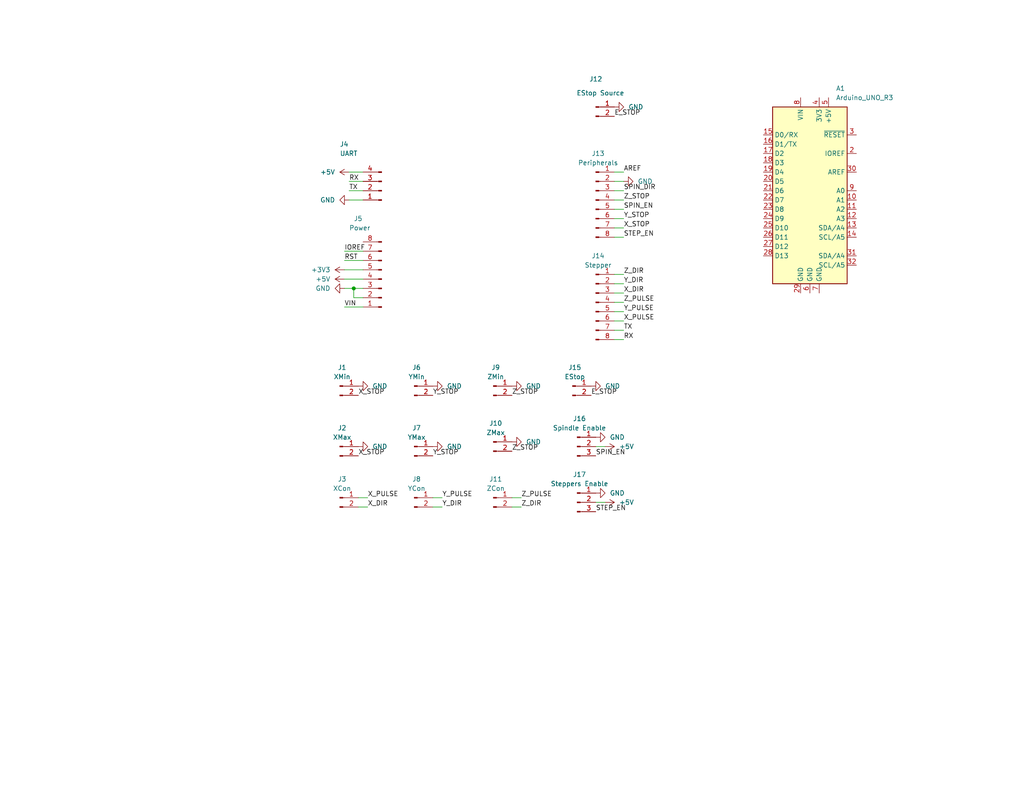
<source format=kicad_sch>
(kicad_sch (version 20211123) (generator eeschema)
  (paper "USLetter")
  (title_block (title "GShield v5b Breakout Shield") (date "2022-06-23") (rev "v1.0") (comment 3 "License: GNU General Public License v3.0") (comment 4 "Author: Brenden Vogt"))
  (lib_symbols
    (symbol "Connector:Conn_01x02_Male" (pin_names (offset 1.016) hide)
      (property "Reference" "J" (at 0 2.54 0))
      (property "Value" "Conn_01x02_Male" (at 0 -5.08 0))
      (symbol "Conn_01x02_Male_1_1"
        (polyline (pts (xy 1.27 -2.54) (xy 0.8636 -2.54)) (stroke (width 0.1524)))
        (polyline (pts (xy 1.27 0) (xy 0.8636 0)) (stroke (width 0.1524)))
        (rectangle (start 0.8636 -2.413) (end 0 -2.667) (stroke (width 0.1524)) (fill (type outline)))
        (rectangle (start 0.8636 0.127) (end 0 -0.127) (stroke (width 0.1524)) (fill (type outline)))
        (pin passive line (at 5.08 0 180) (length 3.81) (name "Pin_1") (number "1"))
        (pin passive line (at 5.08 -2.54 180) (length 3.81) (name "Pin_2") (number "2"))
      )
    )
    (symbol "Connector:Conn_01x03_Male" (pin_names (offset 1.016) hide)
      (property "Reference" "J" (at 0 5.08 0))
      (property "Value" "Conn_01x03_Male" (at 0 -5.08 0))
      (symbol "Conn_01x03_Male_1_1"
        (polyline (pts (xy 1.27 -2.54) (xy 0.8636 -2.54)) (stroke (width 0.1524)))
        (polyline (pts (xy 1.27 0) (xy 0.8636 0)) (stroke (width 0.1524)))
        (polyline (pts (xy 1.27 2.54) (xy 0.8636 2.54)) (stroke (width 0.1524)))
        (rectangle (start 0.8636 -2.413) (end 0 -2.667) (stroke (width 0.1524)) (fill (type outline)))
        (rectangle (start 0.8636 0.127) (end 0 -0.127) (stroke (width 0.1524)) (fill (type outline)))
        (rectangle (start 0.8636 2.667) (end 0 2.413) (stroke (width 0.1524)) (fill (type outline)))
        (pin passive line (at 5.08 2.54 180) (length 3.81) (name "Pin_1") (number "1"))
        (pin passive line (at 5.08 0 180) (length 3.81) (name "Pin_2") (number "2"))
        (pin passive line (at 5.08 -2.54 180) (length 3.81) (name "Pin_3") (number "3"))
      )
    )
    (symbol "Connector:Conn_01x04_Male" (pin_names (offset 1.016) hide)
      (property "Reference" "J" (at 0 5.08 0))
      (property "Value" "Conn_01x04_Male" (at 0 -7.62 0))
      (symbol "Conn_01x04_Male_1_1"
        (polyline (pts (xy 1.27 -5.08) (xy 0.8636 -5.08)) (stroke (width 0.1524)))
        (polyline (pts (xy 1.27 -2.54) (xy 0.8636 -2.54)) (stroke (width 0.1524)))
        (polyline (pts (xy 1.27 0) (xy 0.8636 0)) (stroke (width 0.1524)))
        (polyline (pts (xy 1.27 2.54) (xy 0.8636 2.54)) (stroke (width 0.1524)))
        (rectangle (start 0.8636 -4.953) (end 0 -5.207) (stroke (width 0.1524)) (fill (type outline)))
        (rectangle (start 0.8636 -2.413) (end 0 -2.667) (stroke (width 0.1524)) (fill (type outline)))
        (rectangle (start 0.8636 0.127) (end 0 -0.127) (stroke (width 0.1524)) (fill (type outline)))
        (rectangle (start 0.8636 2.667) (end 0 2.413) (stroke (width 0.1524)) (fill (type outline)))
        (pin passive line (at 5.08 2.54 180) (length 3.81) (name "Pin_1") (number "1"))
        (pin passive line (at 5.08 0 180) (length 3.81) (name "Pin_2") (number "2"))
        (pin passive line (at 5.08 -2.54 180) (length 3.81) (name "Pin_3") (number "3"))
        (pin passive line (at 5.08 -5.08 180) (length 3.81) (name "Pin_4") (number "4"))
      )
    )
    (symbol "Connector:Conn_01x08_Male" (pin_names (offset 1.016) hide)
      (property "Reference" "J" (at 0 10.16 0))
      (property "Value" "Conn_01x08_Male" (at 0 -12.7 0))
      (symbol "Conn_01x08_Male_1_1"
        (polyline (pts (xy 1.27 -10.16) (xy 0.8636 -10.16)) (stroke (width 0.1524)))
        (polyline (pts (xy 1.27 -7.62) (xy 0.8636 -7.62)) (stroke (width 0.1524)))
        (polyline (pts (xy 1.27 -5.08) (xy 0.8636 -5.08)) (stroke (width 0.1524)))
        (polyline (pts (xy 1.27 -2.54) (xy 0.8636 -2.54)) (stroke (width 0.1524)))
        (polyline (pts (xy 1.27 0) (xy 0.8636 0)) (stroke (width 0.1524)))
        (polyline (pts (xy 1.27 2.54) (xy 0.8636 2.54)) (stroke (width 0.1524)))
        (polyline (pts (xy 1.27 5.08) (xy 0.8636 5.08)) (stroke (width 0.1524)))
        (polyline (pts (xy 1.27 7.62) (xy 0.8636 7.62)) (stroke (width 0.1524)))
        (rectangle (start 0.8636 -10.033) (end 0 -10.287) (stroke (width 0.1524)) (fill (type outline)))
        (rectangle (start 0.8636 -7.493) (end 0 -7.747) (stroke (width 0.1524)) (fill (type outline)))
        (rectangle (start 0.8636 -4.953) (end 0 -5.207) (stroke (width 0.1524)) (fill (type outline)))
        (rectangle (start 0.8636 -2.413) (end 0 -2.667) (stroke (width 0.1524)) (fill (type outline)))
        (rectangle (start 0.8636 0.127) (end 0 -0.127) (stroke (width 0.1524)) (fill (type outline)))
        (rectangle (start 0.8636 2.667) (end 0 2.413) (stroke (width 0.1524)) (fill (type outline)))
        (rectangle (start 0.8636 5.207) (end 0 4.953) (stroke (width 0.1524)) (fill (type outline)))
        (rectangle (start 0.8636 7.747) (end 0 7.493) (stroke (width 0.1524)) (fill (type outline)))
        (pin passive line (at 5.08 7.62 180) (length 3.81) (name "Pin_1") (number "1"))
        (pin passive line (at 5.08 5.08 180) (length 3.81) (name "Pin_2") (number "2"))
        (pin passive line (at 5.08 2.54 180) (length 3.81) (name "Pin_3") (number "3"))
        (pin passive line (at 5.08 0 180) (length 3.81) (name "Pin_4") (number "4"))
        (pin passive line (at 5.08 -2.54 180) (length 3.81) (name "Pin_5") (number "5"))
        (pin passive line (at 5.08 -5.08 180) (length 3.81) (name "Pin_6") (number "6"))
        (pin passive line (at 5.08 -7.62 180) (length 3.81) (name "Pin_7") (number "7"))
        (pin passive line (at 5.08 -10.16 180) (length 3.81) (name "Pin_8") (number "8"))
      )
    )
    (symbol "MCU_Module:Arduino_UNO_R3"
      (property "Reference" "A" (at -10.16 23.495 0))
      (property "Value" "Arduino_UNO_R3" (at 5.08 -26.67 0))
      (symbol "Arduino_UNO_R3_0_1"
        (rectangle (start -10.16 22.86) (end 10.16 -25.4) (stroke (width 0.254)) (fill (type background)))
      )
      (symbol "Arduino_UNO_R3_1_1"
        (pin no_connect line (at -10.16 -20.32 0) (length 2.54) hide (name "NC") (number "1"))
        (pin bidirectional line (at 12.7 -2.54 180) (length 2.54) (name "A1") (number "10"))
        (pin bidirectional line (at 12.7 -5.08 180) (length 2.54) (name "A2") (number "11"))
        (pin bidirectional line (at 12.7 -7.62 180) (length 2.54) (name "A3") (number "12"))
        (pin bidirectional line (at 12.7 -10.16 180) (length 2.54) (name "SDA/A4") (number "13"))
        (pin bidirectional line (at 12.7 -12.7 180) (length 2.54) (name "SCL/A5") (number "14"))
        (pin bidirectional line (at -12.7 15.24 0) (length 2.54) (name "D0/RX") (number "15"))
        (pin bidirectional line (at -12.7 12.7 0) (length 2.54) (name "D1/TX") (number "16"))
        (pin bidirectional line (at -12.7 10.16 0) (length 2.54) (name "D2") (number "17"))
        (pin bidirectional line (at -12.7 7.62 0) (length 2.54) (name "D3") (number "18"))
        (pin bidirectional line (at -12.7 5.08 0) (length 2.54) (name "D4") (number "19"))
        (pin output line (at 12.7 10.16 180) (length 2.54) (name "IOREF") (number "2"))
        (pin bidirectional line (at -12.7 2.54 0) (length 2.54) (name "D5") (number "20"))
        (pin bidirectional line (at -12.7 0 0) (length 2.54) (name "D6") (number "21"))
        (pin bidirectional line (at -12.7 -2.54 0) (length 2.54) (name "D7") (number "22"))
        (pin bidirectional line (at -12.7 -5.08 0) (length 2.54) (name "D8") (number "23"))
        (pin bidirectional line (at -12.7 -7.62 0) (length 2.54) (name "D9") (number "24"))
        (pin bidirectional line (at -12.7 -10.16 0) (length 2.54) (name "D10") (number "25"))
        (pin bidirectional line (at -12.7 -12.7 0) (length 2.54) (name "D11") (number "26"))
        (pin bidirectional line (at -12.7 -15.24 0) (length 2.54) (name "D12") (number "27"))
        (pin bidirectional line (at -12.7 -17.78 0) (length 2.54) (name "D13") (number "28"))
        (pin power_in line (at -2.54 -27.94 90) (length 2.54) (name "GND") (number "29"))
        (pin input line (at 12.7 15.24 180) (length 2.54) (name "~{RESET}") (number "3"))
        (pin input line (at 12.7 5.08 180) (length 2.54) (name "AREF") (number "30"))
        (pin bidirectional line (at 12.7 -17.78 180) (length 2.54) (name "SDA/A4") (number "31"))
        (pin bidirectional line (at 12.7 -20.32 180) (length 2.54) (name "SCL/A5") (number "32"))
        (pin power_out line (at 2.54 25.4 270) (length 2.54) (name "3V3") (number "4"))
        (pin power_out line (at 5.08 25.4 270) (length 2.54) (name "+5V") (number "5"))
        (pin power_in line (at 0 -27.94 90) (length 2.54) (name "GND") (number "6"))
        (pin power_in line (at 2.54 -27.94 90) (length 2.54) (name "GND") (number "7"))
        (pin power_in line (at -2.54 25.4 270) (length 2.54) (name "VIN") (number "8"))
        (pin bidirectional line (at 12.7 0 180) (length 2.54) (name "A0") (number "9"))
      )
    )
    (symbol "power:+3.3V" (power) (pin_names (offset 0))
      (property "Value" "+3.3V" (at 0 3.556 0))
      (symbol "+3.3V_0_1"
        (polyline (pts (xy -0.762 1.27) (xy 0 2.54)))
        (polyline (pts (xy 0 0) (xy 0 2.54)))
        (polyline (pts (xy 0 2.54) (xy 0.762 1.27)))
      )
      (symbol "+3.3V_1_1"
        (pin power_in line (at 0 0 90) (length 0) hide (name "+3V3") (number "1"))
      )
    )
    (symbol "power:+5V" (power) (pin_names (offset 0))
      (property "Value" "+5V" (at 0 3.556 0))
      (symbol "+5V_0_1"
        (polyline (pts (xy -0.762 1.27) (xy 0 2.54)))
        (polyline (pts (xy 0 0) (xy 0 2.54)))
        (polyline (pts (xy 0 2.54) (xy 0.762 1.27)))
      )
      (symbol "+5V_1_1"
        (pin power_in line (at 0 0 90) (length 0) hide (name "+5V") (number "1"))
      )
    )
    (symbol "power:GND" (power) (pin_names (offset 0))
      (property "Value" "GND" (at 0 -3.81 0))
      (symbol "GND_0_1"
        (polyline (pts (xy 0 0) (xy 0 -1.27) (xy 1.27 -1.27) (xy 0 -2.54) (xy -1.27 -1.27) (xy 0 -1.27)))
      )
      (symbol "GND_1_1"
        (pin power_in line (at 0 0 270) (length 0) hide (name "GND") (number "1"))
      )
    )
  )
  (junction (at 96.52 78.74))
  (wire (pts (xy 95.25 49.53) (xy 99.06 49.53)))
  (wire (pts (xy 167.64 46.99) (xy 170.18 46.99)))
  (wire (pts (xy 167.64 74.93) (xy 170.18 74.93)))
  (wire (pts (xy 167.64 92.71) (xy 170.18 92.71)))
  (wire (pts (xy 167.64 80.01) (xy 170.18 80.01)))
  (wire (pts (xy 167.64 59.69) (xy 170.18 59.69)))
  (wire (pts (xy 96.52 78.74) (xy 99.06 78.74)))
  (wire (pts (xy 162.56 121.92) (xy 165.1 121.92)))
  (wire (pts (xy 167.64 90.17) (xy 170.18 90.17)))
  (wire (pts (xy 167.64 87.63) (xy 170.18 87.63)))
  (wire (pts (xy 93.98 68.58) (xy 99.06 68.58)))
  (wire (pts (xy 162.56 137.16) (xy 165.1 137.16)))
  (wire (pts (xy 97.79 138.43) (xy 100.33 138.43)))
  (wire (pts (xy 118.11 138.43) (xy 120.65 138.43)))
  (wire (pts (xy 93.98 73.66) (xy 99.06 73.66)))
  (wire (pts (xy 139.7 138.43) (xy 142.24 138.43)))
  (wire (pts (xy 93.98 78.74) (xy 96.52 78.74)))
  (wire (pts (xy 95.25 46.99) (xy 99.06 46.99)))
  (wire (pts (xy 167.64 77.47) (xy 170.18 77.47)))
  (wire (pts (xy 118.11 135.89) (xy 120.65 135.89)))
  (wire (pts (xy 95.25 54.61) (xy 99.06 54.61)))
  (wire (pts (xy 93.98 71.12) (xy 99.06 71.12)))
  (wire (pts (xy 95.25 52.07) (xy 99.06 52.07)))
  (wire (pts (xy 167.64 82.55) (xy 170.18 82.55)))
  (wire (pts (xy 167.64 49.53) (xy 170.18 49.53)))
  (wire (pts (xy 93.98 76.2) (xy 99.06 76.2)))
  (wire (pts (xy 167.64 62.23) (xy 170.18 62.23)))
  (wire (pts (xy 167.64 52.07) (xy 170.18 52.07)))
  (wire (pts (xy 96.52 81.28) (xy 96.52 78.74)))
  (wire (pts (xy 139.7 135.89) (xy 142.24 135.89)))
  (wire (pts (xy 167.64 57.15) (xy 170.18 57.15)))
  (wire (pts (xy 99.06 81.28) (xy 96.52 81.28)))
  (wire (pts (xy 167.64 85.09) (xy 170.18 85.09)))
  (wire (pts (xy 167.64 64.77) (xy 170.18 64.77)))
  (wire (pts (xy 167.64 54.61) (xy 170.18 54.61)))
  (wire (pts (xy 93.98 83.82) (xy 99.06 83.82)))
  (wire (pts (xy 97.79 135.89) (xy 100.33 135.89)))
  (label "Z_DIR" (at 170.18 74.93 0))
  (label "TX" (at 95.25 52.07 0))
  (label "RX" (at 170.18 92.71 0))
  (label "Z_STOP" (at 170.18 54.61 0))
  (label "Y_PULSE" (at 170.18 85.09 0))
  (label "Y_PULSE" (at 120.65 135.89 0))
  (label "X_DIR" (at 100.33 138.43 0))
  (label "RX" (at 95.25 49.53 0))
  (label "Y_STOP" (at 170.18 59.69 0))
  (label "Y_DIR" (at 170.18 77.47 0))
  (label "E_STOP" (at 167.64 31.75 0))
  (label "VIN" (at 93.98 83.82 0))
  (label "Y_DIR" (at 120.65 138.43 0))
  (label "Z_STOP" (at 139.7 123.19 0))
  (label "Y_STOP" (at 118.11 124.46 0))
  (label "IOREF" (at 93.98 68.58 0))
  (label "X_STOP" (at 170.18 62.23 0))
  (label "STEP_EN" (at 162.56 139.7 0))
  (label "X_STOP" (at 97.79 124.46 0))
  (label "X_PULSE" (at 100.33 135.89 0))
  (label "X_DIR" (at 170.18 80.01 0))
  (label "RST" (at 93.98 71.12 0))
  (label "SPIN_EN" (at 170.18 57.15 0))
  (label "SPIN_EN" (at 162.56 124.46 0))
  (label "SPIN_DIR" (at 170.18 52.07 0))
  (label "X_PULSE" (at 170.18 87.63 0))
  (label "Z_PULSE" (at 142.24 135.89 0))
  (label "STEP_EN" (at 170.18 64.77 0))
  (label "Y_STOP" (at 118.11 107.95 0))
  (label "TX" (at 170.18 90.17 0))
  (label "Z_DIR" (at 142.24 138.43 0))
  (label "X_STOP" (at 97.79 107.95 0))
  (label "E_STOP" (at 161.29 107.95 0))
  (label "AREF" (at 170.18 46.99 0))
  (label "Z_STOP" (at 139.7 107.95 0))
  (label "Z_PULSE" (at 170.18 82.55 0))
  (symbol (lib_id "power:+5V") (at 93.98 76.2 90) (unit 1)
    (property "Reference" "#PWR04" (effects hide))
    (property "Value" "+5V" (at 90.17 76.1999 90) (effects (justify left)))
  )
  (symbol (lib_id "Connector:Conn_01x02_Male") (at 113.03 105.41 0) (unit 1)
    (property "Reference" "J6" (at 113.665 100.33 0))
    (property "Value" "YMin" (at 113.665 102.87 0))
    (property "Footprint" "Connector_PinHeader_2.54mm:PinHeader_1x02_P2.54mm_Vertical" (effects hide))
  )
  (symbol (lib_id "power:GND") (at 170.18 49.53 90) (unit 1)
    (property "Reference" "#PWR013" (effects hide))
    (property "Value" "GND" (at 173.99 49.5299 90) (effects (justify right)))
  )
  (symbol (lib_id "power:+5V") (at 165.1 121.92 270) (unit 1)
    (property "Reference" "#PWR015" (effects hide))
    (property "Value" "+5V" (at 168.91 121.9199 90) (effects (justify left)))
  )
  (symbol (lib_id "Connector:Conn_01x02_Male") (at 92.71 121.92 0) (unit 1)
    (property "Reference" "J2" (at 93.345 116.84 0))
    (property "Value" "XMax" (at 93.345 119.38 0))
    (property "Footprint" "Connector_PinHeader_2.54mm:PinHeader_1x02_P2.54mm_Vertical" (effects hide))
  )
  (symbol (lib_id "power:GND") (at 139.7 120.65 90) (unit 1)
    (property "Reference" "#PWR011" (effects hide))
    (property "Value" "GND" (at 143.51 120.6499 90) (effects (justify right)))
  )
  (symbol (lib_id "power:GND") (at 161.29 105.41 90) (unit 1)
    (property "Reference" "#PWR014" (effects hide))
    (property "Value" "GND" (at 165.1 105.4099 90) (effects (justify right)))
  )
  (symbol (lib_id "Connector:Conn_01x03_Male") (at 157.48 137.16 0) (unit 1)
    (property "Reference" "J17" (at 158.115 129.54 0))
    (property "Value" "Steppers Enable" (at 158.115 132.08 0))
    (property "Footprint" "Connector_PinHeader_2.54mm:PinHeader_1x03_P2.54mm_Vertical" (effects hide))
  )
  (symbol (lib_id "power:GND") (at 118.11 121.92 90) (unit 1)
    (property "Reference" "#PWR09" (effects hide))
    (property "Value" "GND" (at 121.92 121.9199 90) (effects (justify right)))
  )
  (symbol (lib_id "power:GND") (at 118.11 105.41 90) (unit 1)
    (property "Reference" "#PWR08" (effects hide))
    (property "Value" "GND" (at 121.92 105.4099 90) (effects (justify right)))
  )
  (symbol (lib_id "Connector:Conn_01x02_Male") (at 134.62 120.65 0) (unit 1)
    (property "Reference" "J10" (at 135.255 115.57 0))
    (property "Value" "ZMax" (at 135.255 118.11 0))
    (property "Footprint" "Connector_PinHeader_2.54mm:PinHeader_1x02_P2.54mm_Vertical" (effects hide))
  )
  (symbol (lib_id "power:+5V") (at 165.1 137.16 270) (unit 1)
    (property "Reference" "#PWR017" (effects hide))
    (property "Value" "+5V" (at 168.91 137.1599 90) (effects (justify left)))
  )
  (symbol (lib_id "Connector:Conn_01x02_Male") (at 156.21 105.41 0) (unit 1)
    (property "Reference" "J15" (at 156.845 100.33 0))
    (property "Value" "EStop" (at 156.845 102.87 0))
    (property "Footprint" "Connector_PinHeader_2.54mm:PinHeader_1x02_P2.54mm_Vertical" (effects hide))
  )
  (symbol (lib_id "Connector:Conn_01x02_Male") (at 92.71 135.89 0) (unit 1)
    (property "Reference" "J3" (at 93.345 130.81 0))
    (property "Value" "XCon" (at 93.345 133.35 0))
    (property "Footprint" "Connector_PinHeader_2.54mm:PinHeader_1x02_P2.54mm_Vertical" (effects hide))
  )
  (symbol (lib_id "power:GND") (at 162.56 119.38 90) (unit 1)
    (property "Reference" "#PWR016" (effects hide))
    (property "Value" "GND" (at 166.37 119.3799 90) (effects (justify right)))
  )
  (symbol (lib_id "power:GND") (at 93.98 78.74 270) (unit 1)
    (property "Reference" "#PWR05" (effects hide))
    (property "Value" "GND" (at 90.17 78.7399 90) (effects (justify right)))
  )
  (symbol (lib_id "Connector:Conn_01x08_Male") (at 162.56 54.61 0) (unit 1)
    (property "Reference" "J13" (at 163.195 41.91 0))
    (property "Value" "Peripherals" (at 163.195 44.45 0))
    (property "Footprint" "Connector_PinHeader_2.54mm:PinHeader_1x08_P2.54mm_Vertical" (effects hide))
  )
  (symbol (lib_id "Connector:Conn_01x02_Male") (at 134.62 105.41 0) (unit 1)
    (property "Reference" "J9" (at 135.255 100.33 0))
    (property "Value" "ZMin" (at 135.255 102.87 0))
    (property "Footprint" "Connector_PinHeader_2.54mm:PinHeader_1x02_P2.54mm_Vertical" (effects hide))
  )
  (symbol (lib_id "power:GND") (at 162.56 134.62 90) (unit 1)
    (property "Reference" "#PWR018" (effects hide))
    (property "Value" "GND" (at 166.37 134.6199 90) (effects (justify right)))
  )
  (symbol (lib_id "power:+3.3V") (at 93.98 73.66 90) (unit 1)
    (property "Reference" "#PWR03" (effects hide))
    (property "Value" "+3.3V" (at 90.17 73.6599 90) (effects (justify left)))
  )
  (symbol (lib_id "Connector:Conn_01x02_Male") (at 162.56 29.21 0) (unit 1)
    (property "Reference" "J12" (at 162.56 21.59 0))
    (property "Value" "EStop Source" (at 163.83 25.4 0))
    (property "Footprint" "Connector_PinHeader_2.54mm:PinHeader_1x02_P2.54mm_Vertical" (effects hide))
  )
  (symbol (lib_id "power:+5V") (at 95.25 46.99 90) (unit 1)
    (property "Reference" "#PWR06" (effects hide))
    (property "Value" "+5V" (at 91.44 46.9899 90) (effects (justify left)))
  )
  (symbol (lib_id "power:GND") (at 167.64 29.21 90) (unit 1)
    (property "Reference" "#PWR012" (effects hide))
    (property "Value" "GND" (at 171.45 29.2099 90) (effects (justify right)))
  )
  (symbol (lib_id "power:GND") (at 95.25 54.61 270) (unit 1)
    (property "Reference" "#PWR07" (effects hide))
    (property "Value" "GND" (at 91.44 54.6099 90) (effects (justify right)))
  )
  (symbol (lib_id "Connector:Conn_01x04_Male") (at 104.14 52.07 180) (unit 1)
    (property "Reference" "J4" (at 92.71 39.37 0) (effects (justify right)))
    (property "Value" "UART" (at 92.71 41.91 0) (effects (justify right)))
    (property "Footprint" "Connector_PinHeader_2.54mm:PinHeader_1x04_P2.54mm_Vertical" (effects hide))
  )
  (symbol (lib_id "Connector:Conn_01x02_Male") (at 92.71 105.41 0) (unit 1)
    (property "Reference" "J1" (at 93.345 100.33 0))
    (property "Value" "XMin" (at 93.345 102.87 0))
    (property "Footprint" "Connector_PinHeader_2.54mm:PinHeader_1x02_P2.54mm_Vertical" (effects hide))
  )
  (symbol (lib_id "Connector:Conn_01x03_Male") (at 157.48 121.92 0) (unit 1)
    (property "Reference" "J16" (at 158.115 114.3 0))
    (property "Value" "Spindle Enable" (at 158.115 116.84 0))
    (property "Footprint" "Connector_PinHeader_2.54mm:PinHeader_1x03_P2.54mm_Vertical" (effects hide))
  )
  (symbol (lib_id "MCU_Module:Arduino_UNO_R3") (at 220.98 52.07 0) (unit 1)
    (property "Reference" "A1" (at 228.0794 24.13 0) (effects (justify left)))
    (property "Value" "Arduino_UNO_R3" (at 228.0794 26.67 0) (effects (justify left)))
    (property "Footprint" "Module:Arduino_UNO_R3" (effects hide))
    (property "Datasheet" "https://www.arduino.cc/en/Main/arduinoBoardUno" (effects hide))
  )
  (symbol (lib_id "Connector:Conn_01x02_Male") (at 113.03 135.89 0) (unit 1)
    (property "Reference" "J8" (at 113.665 130.81 0))
    (property "Value" "YCon" (at 113.665 133.35 0))
    (property "Footprint" "Connector_PinHeader_2.54mm:PinHeader_1x02_P2.54mm_Vertical" (effects hide))
  )
  (symbol (lib_id "power:GND") (at 97.79 105.41 90) (unit 1)
    (property "Reference" "#PWR01" (effects hide))
    (property "Value" "GND" (at 101.6 105.4099 90) (effects (justify right)))
  )
  (symbol (lib_id "Connector:Conn_01x08_Male") (at 104.14 76.2 180) (unit 1)
    (property "Reference" "J5" (at 96.52 59.69 0) (effects (justify right)))
    (property "Value" "Power" (at 95.25 62.23 0) (effects (justify right)))
    (property "Footprint" "Connector_PinHeader_2.54mm:PinHeader_1x08_P2.54mm_Vertical" (effects hide))
  )
  (symbol (lib_id "Connector:Conn_01x08_Male") (at 162.56 82.55 0) (unit 1)
    (property "Reference" "J14" (at 163.195 69.85 0))
    (property "Value" "Stepper" (at 163.195 72.39 0))
    (property "Footprint" "Connector_PinHeader_2.54mm:PinHeader_1x08_P2.54mm_Vertical" (effects hide))
  )
  (symbol (lib_id "Connector:Conn_01x02_Male") (at 134.62 135.89 0) (unit 1)
    (property "Reference" "J11" (at 135.255 130.81 0))
    (property "Value" "ZCon" (at 135.255 133.35 0))
    (property "Footprint" "Connector_PinHeader_2.54mm:PinHeader_1x02_P2.54mm_Vertical" (effects hide))
  )
  (symbol (lib_id "Connector:Conn_01x02_Male") (at 113.03 121.92 0) (unit 1)
    (property "Reference" "J7" (at 113.665 116.84 0))
    (property "Value" "YMax" (at 113.665 119.38 0))
    (property "Footprint" "Connector_PinHeader_2.54mm:PinHeader_1x02_P2.54mm_Vertical" (effects hide))
  )
  (symbol (lib_id "power:GND") (at 97.79 121.92 90) (unit 1)
    (property "Reference" "#PWR02" (effects hide))
    (property "Value" "GND" (at 101.6 121.9199 90) (effects (justify right)))
  )
  (symbol (lib_id "power:GND") (at 139.7 105.41 90) (unit 1)
    (property "Reference" "#PWR010" (effects hide))
    (property "Value" "GND" (at 143.51 105.4099 90) (effects (justify right)))
  )
)
</source>
